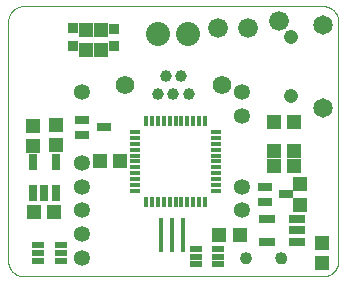
<source format=gts>
G75*
%MOIN*%
%OFA0B0*%
%FSLAX25Y25*%
%IPPOS*%
%LPD*%
%AMOC8*
5,1,8,0,0,1.08239X$1,22.5*
%
%ADD10C,0.00000*%
%ADD11R,0.04537X0.04931*%
%ADD12R,0.03750X0.03750*%
%ADD13R,0.04537X0.02569*%
%ADD14R,0.02765X0.05324*%
%ADD15R,0.04340X0.02017*%
%ADD16R,0.04931X0.04537*%
%ADD17C,0.04000*%
%ADD18R,0.05324X0.02765*%
%ADD19C,0.03969*%
%ADD20C,0.06200*%
%ADD21C,0.08000*%
%ADD22C,0.06506*%
%ADD23C,0.04756*%
%ADD24C,0.05324*%
%ADD25R,0.03750X0.01781*%
%ADD26R,0.01781X0.03750*%
%ADD27R,0.01781X0.11600*%
%ADD28C,0.06600*%
D10*
X0016800Y0011800D02*
X0116800Y0011800D01*
X0116940Y0011802D01*
X0117080Y0011808D01*
X0117220Y0011818D01*
X0117360Y0011831D01*
X0117499Y0011849D01*
X0117638Y0011871D01*
X0117775Y0011896D01*
X0117913Y0011925D01*
X0118049Y0011958D01*
X0118184Y0011995D01*
X0118318Y0012036D01*
X0118451Y0012081D01*
X0118583Y0012129D01*
X0118713Y0012181D01*
X0118842Y0012236D01*
X0118969Y0012295D01*
X0119095Y0012358D01*
X0119219Y0012424D01*
X0119340Y0012493D01*
X0119460Y0012566D01*
X0119578Y0012643D01*
X0119693Y0012722D01*
X0119807Y0012805D01*
X0119917Y0012891D01*
X0120026Y0012980D01*
X0120132Y0013072D01*
X0120235Y0013167D01*
X0120336Y0013264D01*
X0120433Y0013365D01*
X0120528Y0013468D01*
X0120620Y0013574D01*
X0120709Y0013683D01*
X0120795Y0013793D01*
X0120878Y0013907D01*
X0120957Y0014022D01*
X0121034Y0014140D01*
X0121107Y0014260D01*
X0121176Y0014381D01*
X0121242Y0014505D01*
X0121305Y0014631D01*
X0121364Y0014758D01*
X0121419Y0014887D01*
X0121471Y0015017D01*
X0121519Y0015149D01*
X0121564Y0015282D01*
X0121605Y0015416D01*
X0121642Y0015551D01*
X0121675Y0015687D01*
X0121704Y0015825D01*
X0121729Y0015962D01*
X0121751Y0016101D01*
X0121769Y0016240D01*
X0121782Y0016380D01*
X0121792Y0016520D01*
X0121798Y0016660D01*
X0121800Y0016800D01*
X0121800Y0096800D01*
X0121798Y0096940D01*
X0121792Y0097080D01*
X0121782Y0097220D01*
X0121769Y0097360D01*
X0121751Y0097499D01*
X0121729Y0097638D01*
X0121704Y0097775D01*
X0121675Y0097913D01*
X0121642Y0098049D01*
X0121605Y0098184D01*
X0121564Y0098318D01*
X0121519Y0098451D01*
X0121471Y0098583D01*
X0121419Y0098713D01*
X0121364Y0098842D01*
X0121305Y0098969D01*
X0121242Y0099095D01*
X0121176Y0099219D01*
X0121107Y0099340D01*
X0121034Y0099460D01*
X0120957Y0099578D01*
X0120878Y0099693D01*
X0120795Y0099807D01*
X0120709Y0099917D01*
X0120620Y0100026D01*
X0120528Y0100132D01*
X0120433Y0100235D01*
X0120336Y0100336D01*
X0120235Y0100433D01*
X0120132Y0100528D01*
X0120026Y0100620D01*
X0119917Y0100709D01*
X0119807Y0100795D01*
X0119693Y0100878D01*
X0119578Y0100957D01*
X0119460Y0101034D01*
X0119340Y0101107D01*
X0119219Y0101176D01*
X0119095Y0101242D01*
X0118969Y0101305D01*
X0118842Y0101364D01*
X0118713Y0101419D01*
X0118583Y0101471D01*
X0118451Y0101519D01*
X0118318Y0101564D01*
X0118184Y0101605D01*
X0118049Y0101642D01*
X0117913Y0101675D01*
X0117775Y0101704D01*
X0117638Y0101729D01*
X0117499Y0101751D01*
X0117360Y0101769D01*
X0117220Y0101782D01*
X0117080Y0101792D01*
X0116940Y0101798D01*
X0116800Y0101800D01*
X0016800Y0101800D01*
X0016660Y0101798D01*
X0016520Y0101792D01*
X0016380Y0101782D01*
X0016240Y0101769D01*
X0016101Y0101751D01*
X0015962Y0101729D01*
X0015825Y0101704D01*
X0015687Y0101675D01*
X0015551Y0101642D01*
X0015416Y0101605D01*
X0015282Y0101564D01*
X0015149Y0101519D01*
X0015017Y0101471D01*
X0014887Y0101419D01*
X0014758Y0101364D01*
X0014631Y0101305D01*
X0014505Y0101242D01*
X0014381Y0101176D01*
X0014260Y0101107D01*
X0014140Y0101034D01*
X0014022Y0100957D01*
X0013907Y0100878D01*
X0013793Y0100795D01*
X0013683Y0100709D01*
X0013574Y0100620D01*
X0013468Y0100528D01*
X0013365Y0100433D01*
X0013264Y0100336D01*
X0013167Y0100235D01*
X0013072Y0100132D01*
X0012980Y0100026D01*
X0012891Y0099917D01*
X0012805Y0099807D01*
X0012722Y0099693D01*
X0012643Y0099578D01*
X0012566Y0099460D01*
X0012493Y0099340D01*
X0012424Y0099219D01*
X0012358Y0099095D01*
X0012295Y0098969D01*
X0012236Y0098842D01*
X0012181Y0098713D01*
X0012129Y0098583D01*
X0012081Y0098451D01*
X0012036Y0098318D01*
X0011995Y0098184D01*
X0011958Y0098049D01*
X0011925Y0097913D01*
X0011896Y0097775D01*
X0011871Y0097638D01*
X0011849Y0097499D01*
X0011831Y0097360D01*
X0011818Y0097220D01*
X0011808Y0097080D01*
X0011802Y0096940D01*
X0011800Y0096800D01*
X0011800Y0016800D01*
X0011802Y0016660D01*
X0011808Y0016520D01*
X0011818Y0016380D01*
X0011831Y0016240D01*
X0011849Y0016101D01*
X0011871Y0015962D01*
X0011896Y0015825D01*
X0011925Y0015687D01*
X0011958Y0015551D01*
X0011995Y0015416D01*
X0012036Y0015282D01*
X0012081Y0015149D01*
X0012129Y0015017D01*
X0012181Y0014887D01*
X0012236Y0014758D01*
X0012295Y0014631D01*
X0012358Y0014505D01*
X0012424Y0014381D01*
X0012493Y0014260D01*
X0012566Y0014140D01*
X0012643Y0014022D01*
X0012722Y0013907D01*
X0012805Y0013793D01*
X0012891Y0013683D01*
X0012980Y0013574D01*
X0013072Y0013468D01*
X0013167Y0013365D01*
X0013264Y0013264D01*
X0013365Y0013167D01*
X0013468Y0013072D01*
X0013574Y0012980D01*
X0013683Y0012891D01*
X0013793Y0012805D01*
X0013907Y0012722D01*
X0014022Y0012643D01*
X0014140Y0012566D01*
X0014260Y0012493D01*
X0014381Y0012424D01*
X0014505Y0012358D01*
X0014631Y0012295D01*
X0014758Y0012236D01*
X0014887Y0012181D01*
X0015017Y0012129D01*
X0015149Y0012081D01*
X0015282Y0012036D01*
X0015416Y0011995D01*
X0015551Y0011958D01*
X0015687Y0011925D01*
X0015825Y0011896D01*
X0015962Y0011871D01*
X0016101Y0011849D01*
X0016240Y0011831D01*
X0016380Y0011818D01*
X0016520Y0011808D01*
X0016660Y0011802D01*
X0016800Y0011800D01*
X0089200Y0017800D02*
X0089202Y0017882D01*
X0089208Y0017964D01*
X0089218Y0018046D01*
X0089232Y0018127D01*
X0089249Y0018207D01*
X0089271Y0018286D01*
X0089296Y0018364D01*
X0089326Y0018441D01*
X0089358Y0018516D01*
X0089395Y0018590D01*
X0089435Y0018662D01*
X0089478Y0018732D01*
X0089525Y0018799D01*
X0089575Y0018865D01*
X0089628Y0018927D01*
X0089683Y0018987D01*
X0089742Y0019045D01*
X0089804Y0019099D01*
X0089868Y0019151D01*
X0089934Y0019199D01*
X0090003Y0019244D01*
X0090074Y0019286D01*
X0090147Y0019324D01*
X0090221Y0019359D01*
X0090297Y0019390D01*
X0090375Y0019417D01*
X0090453Y0019440D01*
X0090533Y0019460D01*
X0090614Y0019476D01*
X0090695Y0019488D01*
X0090777Y0019496D01*
X0090859Y0019500D01*
X0090941Y0019500D01*
X0091023Y0019496D01*
X0091105Y0019488D01*
X0091186Y0019476D01*
X0091267Y0019460D01*
X0091347Y0019440D01*
X0091425Y0019417D01*
X0091503Y0019390D01*
X0091579Y0019359D01*
X0091653Y0019324D01*
X0091726Y0019286D01*
X0091797Y0019244D01*
X0091866Y0019199D01*
X0091932Y0019151D01*
X0091996Y0019099D01*
X0092058Y0019045D01*
X0092117Y0018987D01*
X0092172Y0018927D01*
X0092225Y0018865D01*
X0092275Y0018799D01*
X0092322Y0018732D01*
X0092365Y0018662D01*
X0092405Y0018590D01*
X0092442Y0018516D01*
X0092474Y0018441D01*
X0092504Y0018364D01*
X0092529Y0018286D01*
X0092551Y0018207D01*
X0092568Y0018127D01*
X0092582Y0018046D01*
X0092592Y0017964D01*
X0092598Y0017882D01*
X0092600Y0017800D01*
X0092598Y0017718D01*
X0092592Y0017636D01*
X0092582Y0017554D01*
X0092568Y0017473D01*
X0092551Y0017393D01*
X0092529Y0017314D01*
X0092504Y0017236D01*
X0092474Y0017159D01*
X0092442Y0017084D01*
X0092405Y0017010D01*
X0092365Y0016938D01*
X0092322Y0016868D01*
X0092275Y0016801D01*
X0092225Y0016735D01*
X0092172Y0016673D01*
X0092117Y0016613D01*
X0092058Y0016555D01*
X0091996Y0016501D01*
X0091932Y0016449D01*
X0091866Y0016401D01*
X0091797Y0016356D01*
X0091726Y0016314D01*
X0091653Y0016276D01*
X0091579Y0016241D01*
X0091503Y0016210D01*
X0091425Y0016183D01*
X0091347Y0016160D01*
X0091267Y0016140D01*
X0091186Y0016124D01*
X0091105Y0016112D01*
X0091023Y0016104D01*
X0090941Y0016100D01*
X0090859Y0016100D01*
X0090777Y0016104D01*
X0090695Y0016112D01*
X0090614Y0016124D01*
X0090533Y0016140D01*
X0090453Y0016160D01*
X0090375Y0016183D01*
X0090297Y0016210D01*
X0090221Y0016241D01*
X0090147Y0016276D01*
X0090074Y0016314D01*
X0090003Y0016356D01*
X0089934Y0016401D01*
X0089868Y0016449D01*
X0089804Y0016501D01*
X0089742Y0016555D01*
X0089683Y0016613D01*
X0089628Y0016673D01*
X0089575Y0016735D01*
X0089525Y0016801D01*
X0089478Y0016868D01*
X0089435Y0016938D01*
X0089395Y0017010D01*
X0089358Y0017084D01*
X0089326Y0017159D01*
X0089296Y0017236D01*
X0089271Y0017314D01*
X0089249Y0017393D01*
X0089232Y0017473D01*
X0089218Y0017554D01*
X0089208Y0017636D01*
X0089202Y0017718D01*
X0089200Y0017800D01*
X0101000Y0017800D02*
X0101002Y0017882D01*
X0101008Y0017964D01*
X0101018Y0018046D01*
X0101032Y0018127D01*
X0101049Y0018207D01*
X0101071Y0018286D01*
X0101096Y0018364D01*
X0101126Y0018441D01*
X0101158Y0018516D01*
X0101195Y0018590D01*
X0101235Y0018662D01*
X0101278Y0018732D01*
X0101325Y0018799D01*
X0101375Y0018865D01*
X0101428Y0018927D01*
X0101483Y0018987D01*
X0101542Y0019045D01*
X0101604Y0019099D01*
X0101668Y0019151D01*
X0101734Y0019199D01*
X0101803Y0019244D01*
X0101874Y0019286D01*
X0101947Y0019324D01*
X0102021Y0019359D01*
X0102097Y0019390D01*
X0102175Y0019417D01*
X0102253Y0019440D01*
X0102333Y0019460D01*
X0102414Y0019476D01*
X0102495Y0019488D01*
X0102577Y0019496D01*
X0102659Y0019500D01*
X0102741Y0019500D01*
X0102823Y0019496D01*
X0102905Y0019488D01*
X0102986Y0019476D01*
X0103067Y0019460D01*
X0103147Y0019440D01*
X0103225Y0019417D01*
X0103303Y0019390D01*
X0103379Y0019359D01*
X0103453Y0019324D01*
X0103526Y0019286D01*
X0103597Y0019244D01*
X0103666Y0019199D01*
X0103732Y0019151D01*
X0103796Y0019099D01*
X0103858Y0019045D01*
X0103917Y0018987D01*
X0103972Y0018927D01*
X0104025Y0018865D01*
X0104075Y0018799D01*
X0104122Y0018732D01*
X0104165Y0018662D01*
X0104205Y0018590D01*
X0104242Y0018516D01*
X0104274Y0018441D01*
X0104304Y0018364D01*
X0104329Y0018286D01*
X0104351Y0018207D01*
X0104368Y0018127D01*
X0104382Y0018046D01*
X0104392Y0017964D01*
X0104398Y0017882D01*
X0104400Y0017800D01*
X0104398Y0017718D01*
X0104392Y0017636D01*
X0104382Y0017554D01*
X0104368Y0017473D01*
X0104351Y0017393D01*
X0104329Y0017314D01*
X0104304Y0017236D01*
X0104274Y0017159D01*
X0104242Y0017084D01*
X0104205Y0017010D01*
X0104165Y0016938D01*
X0104122Y0016868D01*
X0104075Y0016801D01*
X0104025Y0016735D01*
X0103972Y0016673D01*
X0103917Y0016613D01*
X0103858Y0016555D01*
X0103796Y0016501D01*
X0103732Y0016449D01*
X0103666Y0016401D01*
X0103597Y0016356D01*
X0103526Y0016314D01*
X0103453Y0016276D01*
X0103379Y0016241D01*
X0103303Y0016210D01*
X0103225Y0016183D01*
X0103147Y0016160D01*
X0103067Y0016140D01*
X0102986Y0016124D01*
X0102905Y0016112D01*
X0102823Y0016104D01*
X0102741Y0016100D01*
X0102659Y0016100D01*
X0102577Y0016104D01*
X0102495Y0016112D01*
X0102414Y0016124D01*
X0102333Y0016140D01*
X0102253Y0016160D01*
X0102175Y0016183D01*
X0102097Y0016210D01*
X0102021Y0016241D01*
X0101947Y0016276D01*
X0101874Y0016314D01*
X0101803Y0016356D01*
X0101734Y0016401D01*
X0101668Y0016449D01*
X0101604Y0016501D01*
X0101542Y0016555D01*
X0101483Y0016613D01*
X0101428Y0016673D01*
X0101375Y0016735D01*
X0101325Y0016801D01*
X0101278Y0016868D01*
X0101235Y0016938D01*
X0101195Y0017010D01*
X0101158Y0017084D01*
X0101126Y0017159D01*
X0101096Y0017236D01*
X0101071Y0017314D01*
X0101049Y0017393D01*
X0101032Y0017473D01*
X0101018Y0017554D01*
X0101008Y0017636D01*
X0101002Y0017718D01*
X0101000Y0017800D01*
D11*
X0116489Y0016143D03*
X0116489Y0022836D03*
X0109050Y0035704D03*
X0109050Y0042396D03*
X0042700Y0087154D03*
X0037850Y0087154D03*
X0037850Y0093846D03*
X0042700Y0093846D03*
X0027550Y0062246D03*
X0020150Y0062046D03*
X0020150Y0055354D03*
X0027550Y0055554D03*
D12*
X0033400Y0088547D03*
X0033400Y0094453D03*
X0047100Y0094353D03*
X0047100Y0088447D03*
D13*
X0036507Y0064009D03*
X0036507Y0058891D03*
X0043593Y0061450D03*
X0097257Y0041609D03*
X0097257Y0036491D03*
X0104343Y0039050D03*
D14*
X0027590Y0039681D03*
X0023850Y0039681D03*
X0020110Y0039681D03*
X0020110Y0049919D03*
X0027590Y0049919D03*
D15*
X0029290Y0022109D03*
X0029290Y0019550D03*
X0029290Y0016991D03*
X0021810Y0016991D03*
X0021810Y0019550D03*
X0021810Y0022109D03*
X0074310Y0020859D03*
X0074310Y0018300D03*
X0074310Y0015741D03*
X0081790Y0015741D03*
X0081790Y0018300D03*
X0081790Y0020859D03*
D16*
X0082204Y0025400D03*
X0088896Y0025400D03*
X0100254Y0048700D03*
X0100254Y0053600D03*
X0106946Y0053600D03*
X0106946Y0048700D03*
X0106946Y0063200D03*
X0100254Y0063200D03*
X0049146Y0050050D03*
X0042454Y0050050D03*
X0027196Y0033200D03*
X0020504Y0033200D03*
D17*
X0090900Y0017800D03*
X0102700Y0017800D03*
D18*
X0097931Y0023310D03*
X0097931Y0030790D03*
X0108169Y0030790D03*
X0108169Y0027050D03*
X0108169Y0023310D03*
D19*
X0071918Y0072499D03*
X0066800Y0072499D03*
X0061682Y0072499D03*
X0064241Y0078601D03*
X0069359Y0078601D03*
D20*
X0082942Y0075550D03*
X0050658Y0075550D03*
D21*
X0061800Y0092509D03*
X0071800Y0092509D03*
D22*
X0116800Y0095578D03*
X0116800Y0068022D03*
D23*
X0106170Y0071957D03*
X0106170Y0091643D03*
D24*
X0089822Y0073109D03*
X0089822Y0065235D03*
X0089822Y0041613D03*
X0089822Y0033739D03*
X0036278Y0033739D03*
X0036278Y0041613D03*
X0036278Y0049487D03*
X0036278Y0025865D03*
X0036278Y0017991D03*
X0036278Y0073109D03*
D25*
X0054164Y0059893D03*
X0054164Y0057924D03*
X0054164Y0055956D03*
X0054164Y0053987D03*
X0054164Y0052019D03*
X0054164Y0050050D03*
X0054164Y0048081D03*
X0054164Y0046113D03*
X0054164Y0044144D03*
X0054164Y0042176D03*
X0054164Y0040207D03*
X0080936Y0040207D03*
X0080936Y0042176D03*
X0080936Y0044144D03*
X0080936Y0046113D03*
X0080936Y0048081D03*
X0080936Y0050050D03*
X0080936Y0052019D03*
X0080936Y0053987D03*
X0080936Y0055956D03*
X0080936Y0057924D03*
X0080936Y0059893D03*
D26*
X0077393Y0063436D03*
X0075424Y0063436D03*
X0073456Y0063436D03*
X0071487Y0063436D03*
X0069519Y0063436D03*
X0067550Y0063436D03*
X0065581Y0063436D03*
X0063613Y0063436D03*
X0061644Y0063436D03*
X0059676Y0063436D03*
X0057707Y0063436D03*
X0057707Y0036664D03*
X0059676Y0036664D03*
X0061644Y0036664D03*
X0063613Y0036664D03*
X0065581Y0036664D03*
X0067550Y0036664D03*
X0069519Y0036664D03*
X0071487Y0036664D03*
X0073456Y0036664D03*
X0075424Y0036664D03*
X0077393Y0036664D03*
D27*
X0070040Y0025400D03*
X0066300Y0025400D03*
X0062560Y0025400D03*
D28*
X0081800Y0094500D03*
X0091800Y0094500D03*
X0102200Y0096900D03*
M02*

</source>
